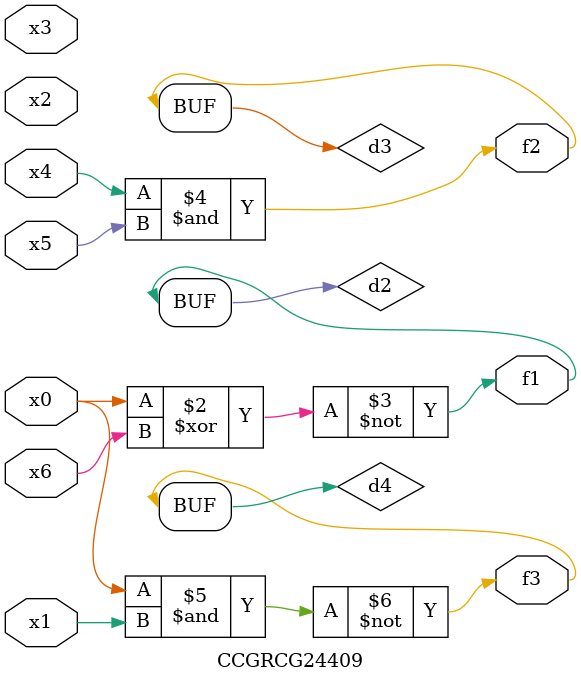
<source format=v>
module CCGRCG24409(
	input x0, x1, x2, x3, x4, x5, x6,
	output f1, f2, f3
);

	wire d1, d2, d3, d4;

	nor (d1, x0);
	xnor (d2, x0, x6);
	and (d3, x4, x5);
	nand (d4, x0, x1);
	assign f1 = d2;
	assign f2 = d3;
	assign f3 = d4;
endmodule

</source>
